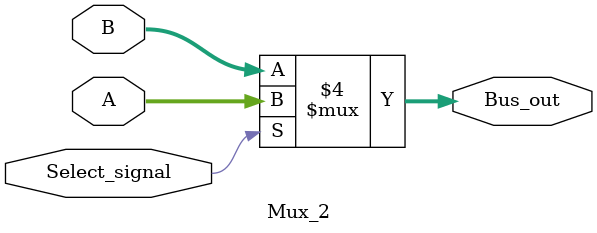
<source format=sv>
module Mux_2 #(N=16) (
				input logic  [N-1:0] A,B,
				input logic  Select_signal,
				output logic [N-1:0] Bus_out
			
				);
				
always_comb 
	begin 
				if (Select_signal==1)
					begin
						 Bus_out = A;
					end	
					
				else 
					begin
						 Bus_out = B;
					end	
				
					
	end
	
endmodule
	
</source>
